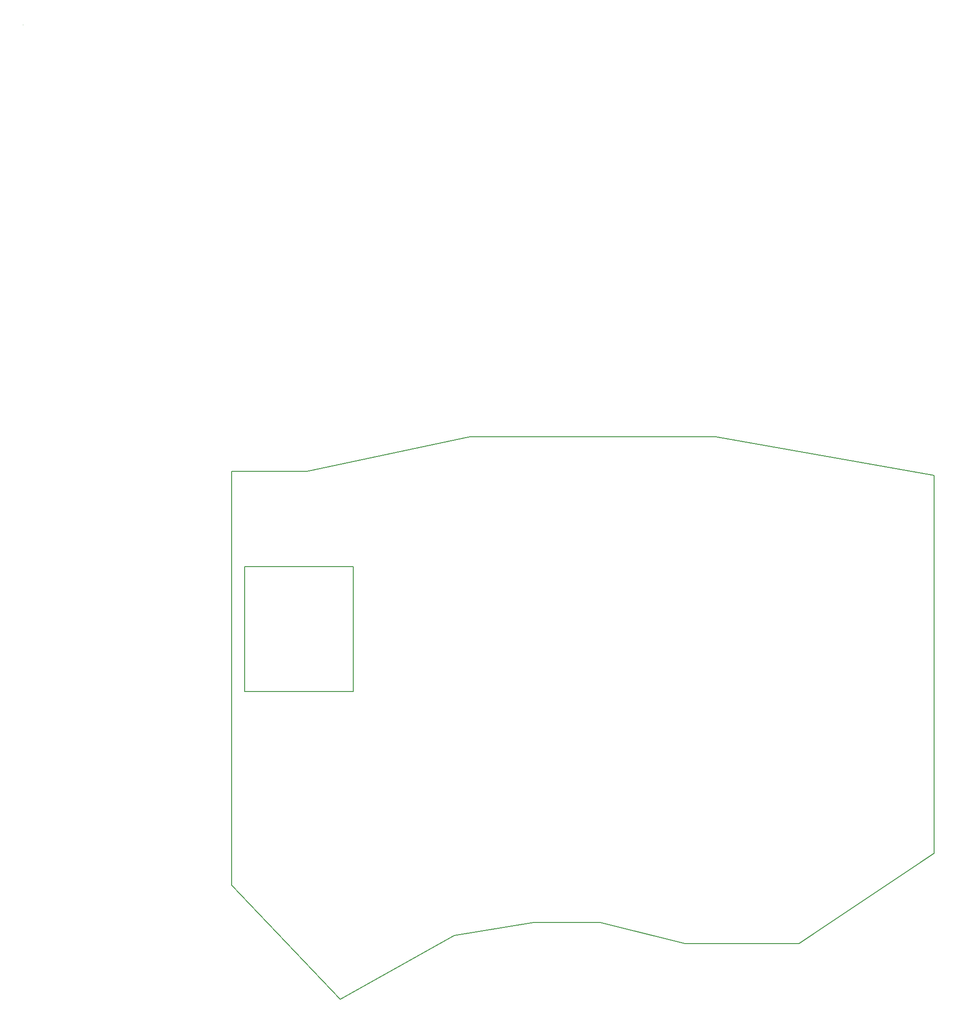
<source format=gm1>
G04 #@! TF.GenerationSoftware,KiCad,Pcbnew,(5.1.8-0-10_14)*
G04 #@! TF.CreationDate,2020-12-08T08:42:12-07:00*
G04 #@! TF.ProjectId,BlueSof,426c7565-536f-4662-9e6b-696361645f70,rev?*
G04 #@! TF.SameCoordinates,Original*
G04 #@! TF.FileFunction,Profile,NP*
%FSLAX46Y46*%
G04 Gerber Fmt 4.6, Leading zero omitted, Abs format (unit mm)*
G04 Created by KiCad (PCBNEW (5.1.8-0-10_14)) date 2020-12-08 08:42:12*
%MOMM*%
%LPD*%
G01*
G04 APERTURE LIST*
G04 #@! TA.AperFunction,Profile*
%ADD10C,0.150000*%
G04 #@! TD*
G04 #@! TA.AperFunction,Profile*
%ADD11C,0.100000*%
G04 #@! TD*
G04 APERTURE END LIST*
D10*
X91500000Y-63900000D02*
X91500000Y-87400000D01*
X89000000Y-45900000D02*
X89000000Y-123900000D01*
X112000000Y-87400000D02*
X112000000Y-63900000D01*
X112000000Y-63900000D02*
X91500000Y-63900000D01*
X91500000Y-87400000D02*
X112000000Y-87400000D01*
X221500000Y-117900000D02*
X221500000Y-46650000D01*
X196000000Y-134900000D02*
X221500000Y-117900000D01*
X174500000Y-134900000D02*
X196000000Y-134900000D01*
X158500000Y-130900000D02*
X174500000Y-134900000D01*
X146000000Y-130900000D02*
X158500000Y-130900000D01*
X131000000Y-133400000D02*
X146000000Y-130900000D01*
X109500000Y-145400000D02*
X131000000Y-133400000D01*
X89000000Y-123900000D02*
X109500000Y-145400000D01*
X103250000Y-45900000D02*
X89000000Y-45900000D01*
X134000000Y-39400000D02*
X103250000Y-45900000D01*
X180250000Y-39400000D02*
X134000000Y-39400000D01*
X221500000Y-46650000D02*
X180250000Y-39400000D01*
D11*
X49676679Y38227998D02*
X49676679Y38227998D01*
M02*

</source>
